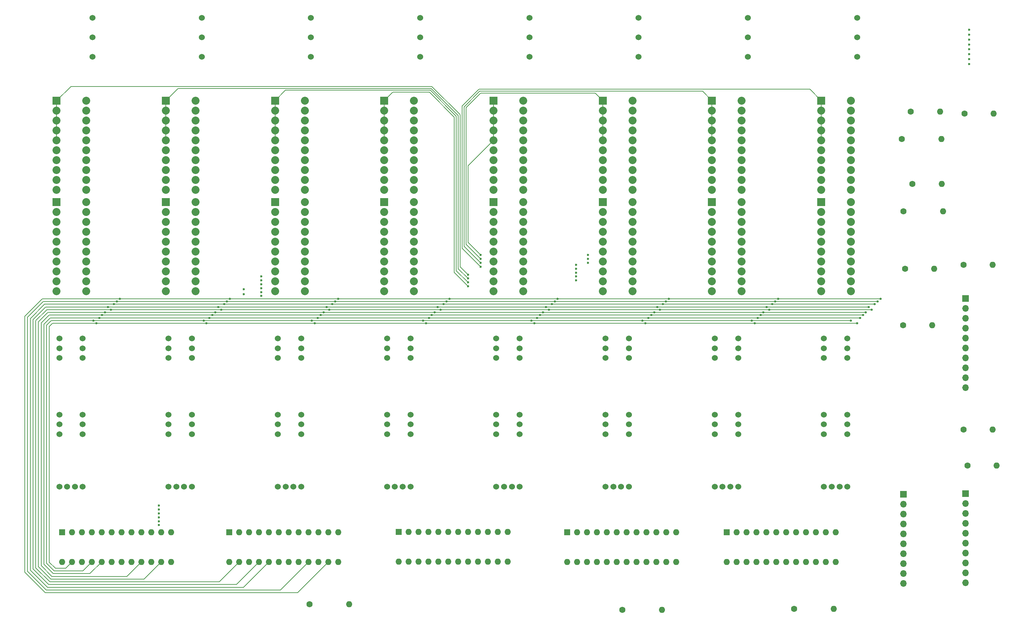
<source format=gbr>
%TF.GenerationSoftware,KiCad,Pcbnew,8.0.6*%
%TF.CreationDate,2024-12-09T18:37:17+11:00*%
%TF.ProjectId,mixer,6d697865-722e-46b6-9963-61645f706362,rev?*%
%TF.SameCoordinates,Original*%
%TF.FileFunction,Copper,L2,Inr*%
%TF.FilePolarity,Positive*%
%FSLAX46Y46*%
G04 Gerber Fmt 4.6, Leading zero omitted, Abs format (unit mm)*
G04 Created by KiCad (PCBNEW 8.0.6) date 2024-12-09 18:37:17*
%MOMM*%
%LPD*%
G01*
G04 APERTURE LIST*
%TA.AperFunction,ComponentPad*%
%ADD10C,1.524000*%
%TD*%
%TA.AperFunction,ComponentPad*%
%ADD11R,2.032000X2.032000*%
%TD*%
%TA.AperFunction,ComponentPad*%
%ADD12C,2.032000*%
%TD*%
%TA.AperFunction,ComponentPad*%
%ADD13C,1.600000*%
%TD*%
%TA.AperFunction,ComponentPad*%
%ADD14O,1.600000X1.600000*%
%TD*%
%TA.AperFunction,ComponentPad*%
%ADD15R,1.700000X1.700000*%
%TD*%
%TA.AperFunction,ComponentPad*%
%ADD16O,1.700000X1.700000*%
%TD*%
%TA.AperFunction,ComponentPad*%
%ADD17R,1.600000X1.600000*%
%TD*%
%TA.AperFunction,ViaPad*%
%ADD18C,0.600000*%
%TD*%
%TA.AperFunction,Conductor*%
%ADD19C,0.200000*%
%TD*%
G04 APERTURE END LIST*
D10*
%TO.N,Net-(U6-I3)*%
%TO.C,solo4*%
X172000000Y-136420000D03*
%TO.N,GND*%
X166000000Y-136420000D03*
%TO.N,Net-(U4-SEG_D)*%
X166000000Y-141420000D03*
%TO.N,Net-(U4-DIG_1)*%
X172000000Y-141420000D03*
%TO.N,N/C*%
X172000000Y-138920000D03*
X166000000Y-138920000D03*
%TD*%
%TO.N,Net-(SW4-C)*%
%TO.C,SW4*%
X174500000Y-64170000D03*
%TO.N,Net-(SW4-B)*%
X174500000Y-54170000D03*
%TO.N,GND*%
X174500000Y-59170000D03*
%TD*%
%TO.N,Net-(U6-I6)*%
%TO.C,solo7*%
X256000000Y-136420000D03*
%TO.N,GND*%
X250000000Y-136420000D03*
%TO.N,Net-(U4-SEG_G)*%
X250000000Y-141420000D03*
%TO.N,Net-(U4-DIG_1)*%
X256000000Y-141420000D03*
%TO.N,N/C*%
X256000000Y-138920000D03*
X250000000Y-138920000D03*
%TD*%
%TO.N,GND*%
%TO.C,oled7*%
X250000000Y-174420000D03*
%TO.N,+5V*%
X252000000Y-174420000D03*
%TO.N,Net-(U7-SC6)*%
X254000000Y-174420000D03*
%TO.N,Net-(U7-SD6)*%
X256000000Y-174420000D03*
%TD*%
%TO.N,Net-(U6-I4)*%
%TO.C,solo5*%
X200000000Y-136420000D03*
%TO.N,GND*%
X194000000Y-136420000D03*
%TO.N,Net-(U4-SEG_E)*%
X194000000Y-141420000D03*
%TO.N,Net-(U4-DIG_1)*%
X200000000Y-141420000D03*
%TO.N,N/C*%
X200000000Y-138920000D03*
X194000000Y-138920000D03*
%TD*%
%TO.N,Net-(SW7-C)*%
%TO.C,SW7*%
X258500000Y-64170000D03*
%TO.N,Net-(SW7-B)*%
X258500000Y-54170000D03*
%TO.N,GND*%
X258500000Y-59170000D03*
%TD*%
D11*
%TO.N,Net-(U9-DIG_7)*%
%TO.C,BAR14*%
X221297500Y-101420000D03*
D12*
X221297500Y-103960000D03*
X221297500Y-106500000D03*
X221297500Y-109040000D03*
X221297500Y-111580000D03*
%TO.N,Net-(U10-DIG_7)*%
X221297500Y-114120000D03*
X221297500Y-116660000D03*
X221297500Y-119200000D03*
X221297500Y-121740000D03*
X221297500Y-124280000D03*
%TO.N,Net-(U10-SEG_E)*%
X228917500Y-124280000D03*
%TO.N,Net-(U10-SEG_D)*%
X228917500Y-121740000D03*
%TO.N,Net-(U10-SEG_C)*%
X228917500Y-119200000D03*
%TO.N,Net-(U10-SEG_B)*%
X228917500Y-116660000D03*
%TO.N,Net-(U10-SEG_A)*%
X228917500Y-114120000D03*
%TO.N,Net-(U9-SEG_E)*%
X228917500Y-111580000D03*
%TO.N,Net-(U9-SEG_D)*%
X228917500Y-109040000D03*
%TO.N,Net-(U9-SEG_C)*%
X228917500Y-106500000D03*
%TO.N,Net-(U9-SEG_B)*%
X228917500Y-103960000D03*
%TO.N,Net-(U9-SEG_A)*%
X228917500Y-101420000D03*
%TD*%
D11*
%TO.N,Net-(U9-DIG_4)*%
%TO.C,BAR10*%
X109297500Y-101420000D03*
D12*
X109297500Y-103960000D03*
X109297500Y-106500000D03*
X109297500Y-109040000D03*
X109297500Y-111580000D03*
%TO.N,Net-(U10-DIG_4)*%
X109297500Y-114120000D03*
X109297500Y-116660000D03*
X109297500Y-119200000D03*
X109297500Y-121740000D03*
X109297500Y-124280000D03*
%TO.N,Net-(U10-SEG_E)*%
X116917500Y-124280000D03*
%TO.N,Net-(U10-SEG_D)*%
X116917500Y-121740000D03*
%TO.N,Net-(U10-SEG_C)*%
X116917500Y-119200000D03*
%TO.N,Net-(U10-SEG_B)*%
X116917500Y-116660000D03*
%TO.N,Net-(U10-SEG_A)*%
X116917500Y-114120000D03*
%TO.N,Net-(U9-SEG_E)*%
X116917500Y-111580000D03*
%TO.N,Net-(U9-SEG_D)*%
X116917500Y-109040000D03*
%TO.N,Net-(U9-SEG_C)*%
X116917500Y-106500000D03*
%TO.N,Net-(U9-SEG_B)*%
X116917500Y-103960000D03*
%TO.N,Net-(U9-SEG_A)*%
X116917500Y-101420000D03*
%TD*%
D10*
%TO.N,Net-(SW8-B)*%
%TO.C,SW8*%
X286500000Y-64170000D03*
%TO.N,Net-(SW8-A)*%
X286500000Y-54170000D03*
%TO.N,GND*%
X286500000Y-59170000D03*
%TD*%
%TO.N,GND*%
%TO.C,oled3*%
X138000000Y-174420000D03*
%TO.N,+5V*%
X140000000Y-174420000D03*
%TO.N,Net-(U7-SC2)*%
X142000000Y-174420000D03*
%TO.N,Net-(U7-SD2)*%
X144000000Y-174420000D03*
%TD*%
%TO.N,GND*%
%TO.C,oled8*%
X278000000Y-174420000D03*
%TO.N,+5V*%
X280000000Y-174420000D03*
%TO.N,Net-(U7-SC7)*%
X282000000Y-174420000D03*
%TO.N,Net-(U7-SD7)*%
X284000000Y-174420000D03*
%TD*%
%TO.N,GND*%
%TO.C,oled1*%
X82000000Y-174420000D03*
%TO.N,+5V*%
X84000000Y-174420000D03*
%TO.N,Net-(U7-SC0)*%
X86000000Y-174420000D03*
%TO.N,Net-(U7-SD0)*%
X88000000Y-174420000D03*
%TD*%
%TO.N,Net-(SW5-A)*%
%TO.C,SW5*%
X202500000Y-64170000D03*
%TO.N,Net-(SW5-C)*%
X202500000Y-54170000D03*
%TO.N,GND*%
X202500000Y-59170000D03*
%TD*%
%TO.N,Net-(U6-I8)*%
%TO.C,mute9*%
X88000000Y-155920000D03*
%TO.N,GND*%
X82000000Y-155920000D03*
%TO.N,Net-(U4-SEG_A)*%
X82000000Y-160920000D03*
%TO.N,Net-(U4-DIG_0)*%
X88000000Y-160920000D03*
%TO.N,N/C*%
X88000000Y-158420000D03*
X82000000Y-158420000D03*
%TD*%
%TO.N,Net-(U6-I11)*%
%TO.C,mute12*%
X172000000Y-155920000D03*
%TO.N,GND*%
X166000000Y-155920000D03*
%TO.N,Net-(U4-SEG_D)*%
X166000000Y-160920000D03*
%TO.N,Net-(U4-DIG_0)*%
X172000000Y-160920000D03*
%TO.N,N/C*%
X172000000Y-158420000D03*
X166000000Y-158420000D03*
%TD*%
D11*
%TO.N,Net-(U9-DIG_1)*%
%TO.C,BAR16*%
X277297500Y-101420000D03*
D12*
X277297500Y-103960000D03*
X277297500Y-106500000D03*
X277297500Y-109040000D03*
X277297500Y-111580000D03*
%TO.N,Net-(U10-DIG_1)*%
X277297500Y-114120000D03*
X277297500Y-116660000D03*
X277297500Y-119200000D03*
X277297500Y-121740000D03*
X277297500Y-124280000D03*
%TO.N,Net-(U10-SEG_E)*%
X284917500Y-124280000D03*
%TO.N,Net-(U10-SEG_D)*%
X284917500Y-121740000D03*
%TO.N,Net-(U10-SEG_C)*%
X284917500Y-119200000D03*
%TO.N,Net-(U10-SEG_B)*%
X284917500Y-116660000D03*
%TO.N,Net-(U10-SEG_A)*%
X284917500Y-114120000D03*
%TO.N,Net-(U9-SEG_E)*%
X284917500Y-111580000D03*
%TO.N,Net-(U9-SEG_D)*%
X284917500Y-109040000D03*
%TO.N,Net-(U9-SEG_C)*%
X284917500Y-106500000D03*
%TO.N,Net-(U9-SEG_B)*%
X284917500Y-103960000D03*
%TO.N,Net-(U9-SEG_A)*%
X284917500Y-101420000D03*
%TD*%
D13*
%TO.N,GND*%
%TO.C,C1*%
X300670000Y-96750000D03*
D14*
%TO.N,+5V*%
X308170000Y-96750000D03*
%TD*%
D13*
%TO.N,GND*%
%TO.C,C2*%
X314000000Y-78750000D03*
D14*
%TO.N,+5V*%
X321500000Y-78750000D03*
%TD*%
D10*
%TO.N,Net-(U6-I7)*%
%TO.C,solo8*%
X284000000Y-136420000D03*
%TO.N,GND*%
X278000000Y-136420000D03*
%TO.N,Net-(U4-SEG_DP)*%
X278000000Y-141420000D03*
%TO.N,Net-(U4-DIG_1)*%
X284000000Y-141420000D03*
%TO.N,N/C*%
X284000000Y-138920000D03*
X278000000Y-138920000D03*
%TD*%
%TO.N,GND*%
%TO.C,oled6*%
X222000000Y-174420000D03*
%TO.N,+5V*%
X224000000Y-174420000D03*
%TO.N,Net-(U7-SC5)*%
X226000000Y-174420000D03*
%TO.N,Net-(U7-SD5)*%
X228000000Y-174420000D03*
%TD*%
D11*
%TO.N,Net-(U9-DIG_0)*%
%TO.C,BAR9*%
X81297500Y-101420000D03*
D12*
X81297500Y-103960000D03*
X81297500Y-106500000D03*
X81297500Y-109040000D03*
X81297500Y-111580000D03*
%TO.N,Net-(U10-DIG_0)*%
X81297500Y-114120000D03*
X81297500Y-116660000D03*
X81297500Y-119200000D03*
X81297500Y-121740000D03*
X81297500Y-124280000D03*
%TO.N,Net-(U10-SEG_E)*%
X88917500Y-124280000D03*
%TO.N,Net-(U10-SEG_D)*%
X88917500Y-121740000D03*
%TO.N,Net-(U10-SEG_C)*%
X88917500Y-119200000D03*
%TO.N,Net-(U10-SEG_B)*%
X88917500Y-116660000D03*
%TO.N,Net-(U10-SEG_A)*%
X88917500Y-114120000D03*
%TO.N,Net-(U9-SEG_E)*%
X88917500Y-111580000D03*
%TO.N,Net-(U9-SEG_D)*%
X88917500Y-109040000D03*
%TO.N,Net-(U9-SEG_C)*%
X88917500Y-106500000D03*
%TO.N,Net-(U9-SEG_B)*%
X88917500Y-103960000D03*
%TO.N,Net-(U9-SEG_A)*%
X88917500Y-101420000D03*
%TD*%
D11*
%TO.N,Net-(U9-DIG_5)*%
%TO.C,BAR15*%
X249297500Y-101420000D03*
D12*
X249297500Y-103960000D03*
X249297500Y-106500000D03*
X249297500Y-109040000D03*
X249297500Y-111580000D03*
%TO.N,Net-(U10-DIG_5)*%
X249297500Y-114120000D03*
X249297500Y-116660000D03*
X249297500Y-119200000D03*
X249297500Y-121740000D03*
X249297500Y-124280000D03*
%TO.N,Net-(U10-SEG_E)*%
X256917500Y-124280000D03*
%TO.N,Net-(U10-SEG_D)*%
X256917500Y-121740000D03*
%TO.N,Net-(U10-SEG_C)*%
X256917500Y-119200000D03*
%TO.N,Net-(U10-SEG_B)*%
X256917500Y-116660000D03*
%TO.N,Net-(U10-SEG_A)*%
X256917500Y-114120000D03*
%TO.N,Net-(U9-SEG_E)*%
X256917500Y-111580000D03*
%TO.N,Net-(U9-SEG_D)*%
X256917500Y-109040000D03*
%TO.N,Net-(U9-SEG_C)*%
X256917500Y-106500000D03*
%TO.N,Net-(U9-SEG_B)*%
X256917500Y-103960000D03*
%TO.N,Net-(U9-SEG_A)*%
X256917500Y-101420000D03*
%TD*%
D10*
%TO.N,GND*%
%TO.C,oled2*%
X110000000Y-174420000D03*
%TO.N,+5V*%
X112000000Y-174420000D03*
%TO.N,Net-(U7-SC1)*%
X114000000Y-174420000D03*
%TO.N,Net-(U7-SD1)*%
X116000000Y-174420000D03*
%TD*%
D11*
%TO.N,Net-(U9-DIG_6)*%
%TO.C,BAR11*%
X137297500Y-101420000D03*
D12*
X137297500Y-103960000D03*
X137297500Y-106500000D03*
X137297500Y-109040000D03*
X137297500Y-111580000D03*
%TO.N,Net-(U10-DIG_6)*%
X137297500Y-114120000D03*
X137297500Y-116660000D03*
X137297500Y-119200000D03*
X137297500Y-121740000D03*
X137297500Y-124280000D03*
%TO.N,Net-(U10-SEG_E)*%
X144917500Y-124280000D03*
%TO.N,Net-(U10-SEG_D)*%
X144917500Y-121740000D03*
%TO.N,Net-(U10-SEG_C)*%
X144917500Y-119200000D03*
%TO.N,Net-(U10-SEG_B)*%
X144917500Y-116660000D03*
%TO.N,Net-(U10-SEG_A)*%
X144917500Y-114120000D03*
%TO.N,Net-(U9-SEG_E)*%
X144917500Y-111580000D03*
%TO.N,Net-(U9-SEG_D)*%
X144917500Y-109040000D03*
%TO.N,Net-(U9-SEG_C)*%
X144917500Y-106500000D03*
%TO.N,Net-(U9-SEG_B)*%
X144917500Y-103960000D03*
%TO.N,Net-(U9-SEG_A)*%
X144917500Y-101420000D03*
%TD*%
D15*
%TO.N,/display/SDA*%
%TO.C, 111*%
X314250000Y-176170000D03*
D16*
%TO.N,unconnected-( 111-Pad2)*%
X314250000Y-178710000D03*
%TO.N,unconnected-( 111-Pad3)*%
X314250000Y-181250000D03*
%TO.N,unconnected-( 111-Pad4)*%
X314250000Y-183790000D03*
%TO.N,unconnected-( 111-Pad5)*%
X314250000Y-186330000D03*
%TO.N,unconnected-( 111-Pad6)*%
X314250000Y-188870000D03*
%TO.N,unconnected-( 111-Pad7)*%
X314250000Y-191410000D03*
%TO.N,unconnected-( 111-Pad8)*%
X314250000Y-193950000D03*
%TO.N,unconnected-( 111-Pad9)*%
X314250000Y-196490000D03*
%TO.N,unconnected-( 111-Pad10)*%
X314250000Y-199030000D03*
%TD*%
D11*
%TO.N,Net-(U11-DIG_2)*%
%TO.C,BAR4*%
X165297500Y-75420000D03*
D12*
X165297500Y-77960000D03*
X165297500Y-80500000D03*
X165297500Y-83040000D03*
X165297500Y-85580000D03*
%TO.N,Net-(U12-DIG_2)*%
X165297500Y-88120000D03*
X165297500Y-90660000D03*
X165297500Y-93200000D03*
X165297500Y-95740000D03*
X165297500Y-98280000D03*
%TO.N,Net-(U12-SEG_E)*%
X172917500Y-98280000D03*
%TO.N,Net-(U12-SEG_D)*%
X172917500Y-95740000D03*
%TO.N,Net-(U12-SEG_C)*%
X172917500Y-93200000D03*
%TO.N,Net-(U12-SEG_B)*%
X172917500Y-90660000D03*
%TO.N,Net-(U12-SEG_A)*%
X172917500Y-88120000D03*
%TO.N,Net-(U11-SEG_E)*%
X172917500Y-85580000D03*
%TO.N,Net-(U11-SEG_D)*%
X172917500Y-83040000D03*
%TO.N,Net-(U11-SEG_C)*%
X172917500Y-80500000D03*
%TO.N,Net-(U11-SEG_B)*%
X172917500Y-77960000D03*
%TO.N,Net-(U11-SEG_A)*%
X172917500Y-75420000D03*
%TD*%
D10*
%TO.N,Net-(SW3-A)*%
%TO.C,SW3*%
X146500000Y-64170000D03*
%TO.N,Net-(SW3-B)*%
X146500000Y-54170000D03*
%TO.N,GND*%
X146500000Y-59170000D03*
%TD*%
D13*
%TO.N,GND*%
%TO.C,R1*%
X146170000Y-204500000D03*
D14*
%TO.N,Net-(U9-ISET)*%
X156330000Y-204500000D03*
%TD*%
D11*
%TO.N,Net-(U9-DIG_2)*%
%TO.C,BAR12*%
X165297500Y-101420000D03*
D12*
X165297500Y-103960000D03*
X165297500Y-106500000D03*
X165297500Y-109040000D03*
X165297500Y-111580000D03*
%TO.N,Net-(U10-DIG_2)*%
X165297500Y-114120000D03*
X165297500Y-116660000D03*
X165297500Y-119200000D03*
X165297500Y-121740000D03*
X165297500Y-124280000D03*
%TO.N,Net-(U10-SEG_E)*%
X172917500Y-124280000D03*
%TO.N,Net-(U10-SEG_D)*%
X172917500Y-121740000D03*
%TO.N,Net-(U10-SEG_C)*%
X172917500Y-119200000D03*
%TO.N,Net-(U10-SEG_B)*%
X172917500Y-116660000D03*
%TO.N,Net-(U10-SEG_A)*%
X172917500Y-114120000D03*
%TO.N,Net-(U9-SEG_E)*%
X172917500Y-111580000D03*
%TO.N,Net-(U9-SEG_D)*%
X172917500Y-109040000D03*
%TO.N,Net-(U9-SEG_C)*%
X172917500Y-106500000D03*
%TO.N,Net-(U9-SEG_B)*%
X172917500Y-103960000D03*
%TO.N,Net-(U9-SEG_A)*%
X172917500Y-101420000D03*
%TD*%
D13*
%TO.N,GND*%
%TO.C,R2*%
X297920000Y-85250000D03*
D14*
%TO.N,Net-(U10-ISET)*%
X308080000Y-85250000D03*
%TD*%
D10*
%TO.N,Net-(U6-I1)*%
%TO.C,solo2*%
X116000000Y-136420000D03*
%TO.N,GND*%
X110000000Y-136420000D03*
%TO.N,Net-(U4-SEG_B)*%
X110000000Y-141420000D03*
%TO.N,Net-(U4-DIG_1)*%
X116000000Y-141420000D03*
%TO.N,N/C*%
X116000000Y-138920000D03*
X110000000Y-138920000D03*
%TD*%
D11*
%TO.N,Net-(U11-DIG_3)*%
%TO.C,BAR5*%
X193297500Y-75420000D03*
D12*
X193297500Y-77960000D03*
X193297500Y-80500000D03*
X193297500Y-83040000D03*
X193297500Y-85580000D03*
%TO.N,Net-(U12-DIG_3)*%
X193297500Y-88120000D03*
X193297500Y-90660000D03*
X193297500Y-93200000D03*
X193297500Y-95740000D03*
X193297500Y-98280000D03*
%TO.N,Net-(U12-SEG_E)*%
X200917500Y-98280000D03*
%TO.N,Net-(U12-SEG_D)*%
X200917500Y-95740000D03*
%TO.N,Net-(U12-SEG_C)*%
X200917500Y-93200000D03*
%TO.N,Net-(U12-SEG_B)*%
X200917500Y-90660000D03*
%TO.N,Net-(U12-SEG_A)*%
X200917500Y-88120000D03*
%TO.N,Net-(U11-SEG_E)*%
X200917500Y-85580000D03*
%TO.N,Net-(U11-SEG_D)*%
X200917500Y-83040000D03*
%TO.N,Net-(U11-SEG_C)*%
X200917500Y-80500000D03*
%TO.N,Net-(U11-SEG_B)*%
X200917500Y-77960000D03*
%TO.N,Net-(U11-SEG_A)*%
X200917500Y-75420000D03*
%TD*%
D13*
%TO.N,GND*%
%TO.C,R3*%
X298340000Y-103750000D03*
D14*
%TO.N,Net-(U11-ISET)*%
X308500000Y-103750000D03*
%TD*%
D10*
%TO.N,Net-(U6-I9)*%
%TO.C,mute10*%
X116000000Y-155920000D03*
%TO.N,GND*%
X110000000Y-155920000D03*
%TO.N,Net-(U4-SEG_B)*%
X110000000Y-160920000D03*
%TO.N,Net-(U4-DIG_0)*%
X116000000Y-160920000D03*
%TO.N,N/C*%
X116000000Y-158420000D03*
X110000000Y-158420000D03*
%TD*%
D13*
%TO.N,GND*%
%TO.C,C12*%
X313750000Y-117500000D03*
D14*
%TO.N,+5V*%
X321250000Y-117500000D03*
%TD*%
D15*
%TO.N,/display/SCL*%
%TO.C, 11*%
X314250000Y-126130000D03*
D16*
%TO.N,/display/A0*%
X314250000Y-128670000D03*
%TO.N,/display/A1*%
X314250000Y-131210000D03*
%TO.N,/display/A2*%
X314250000Y-133750000D03*
%TO.N,/gain/COM*%
X314250000Y-136290000D03*
%TO.N,/gain/S0*%
X314250000Y-138830000D03*
%TO.N,/gain/S1*%
X314250000Y-141370000D03*
%TO.N,/gain/S2*%
X314250000Y-143910000D03*
%TO.N,/gain/S3*%
X314250000Y-146450000D03*
%TO.N,/buttons/COM*%
X314250000Y-148990000D03*
%TD*%
D13*
%TO.N,+5V*%
%TO.C,R5*%
X270340000Y-205750000D03*
D14*
%TO.N,Net-(U4-ISET)*%
X280500000Y-205750000D03*
%TD*%
D11*
%TO.N,Net-(U11-DIG_6)*%
%TO.C,BAR3*%
X137297500Y-75420000D03*
D12*
X137297500Y-77960000D03*
X137297500Y-80500000D03*
X137297500Y-83040000D03*
X137297500Y-85580000D03*
%TO.N,Net-(U12-DIG_6)*%
X137297500Y-88120000D03*
X137297500Y-90660000D03*
X137297500Y-93200000D03*
X137297500Y-95740000D03*
X137297500Y-98280000D03*
%TO.N,Net-(U12-SEG_E)*%
X144917500Y-98280000D03*
%TO.N,Net-(U12-SEG_D)*%
X144917500Y-95740000D03*
%TO.N,Net-(U12-SEG_C)*%
X144917500Y-93200000D03*
%TO.N,Net-(U12-SEG_B)*%
X144917500Y-90660000D03*
%TO.N,Net-(U12-SEG_A)*%
X144917500Y-88120000D03*
%TO.N,Net-(U11-SEG_E)*%
X144917500Y-85580000D03*
%TO.N,Net-(U11-SEG_D)*%
X144917500Y-83040000D03*
%TO.N,Net-(U11-SEG_C)*%
X144917500Y-80500000D03*
%TO.N,Net-(U11-SEG_B)*%
X144917500Y-77960000D03*
%TO.N,Net-(U11-SEG_A)*%
X144917500Y-75420000D03*
%TD*%
D10*
%TO.N,Net-(U6-I10)*%
%TO.C,mute11*%
X144000000Y-155920000D03*
%TO.N,GND*%
X138000000Y-155920000D03*
%TO.N,Net-(U4-SEG_C)*%
X138000000Y-160920000D03*
%TO.N,Net-(U4-DIG_0)*%
X144000000Y-160920000D03*
%TO.N,N/C*%
X144000000Y-158420000D03*
X138000000Y-158420000D03*
%TD*%
%TO.N,Net-(U6-I2)*%
%TO.C,solo3*%
X144000000Y-136420000D03*
%TO.N,GND*%
X138000000Y-136420000D03*
%TO.N,Net-(U4-SEG_C)*%
X138000000Y-141420000D03*
%TO.N,Net-(U4-DIG_1)*%
X144000000Y-141420000D03*
%TO.N,N/C*%
X144000000Y-138920000D03*
X138000000Y-138920000D03*
%TD*%
D11*
%TO.N,Net-(U11-DIG_1)*%
%TO.C,BAR8*%
X277297500Y-75420000D03*
D12*
X277297500Y-77960000D03*
X277297500Y-80500000D03*
X277297500Y-83040000D03*
X277297500Y-85580000D03*
%TO.N,Net-(U12-DIG_1)*%
X277297500Y-88120000D03*
X277297500Y-90660000D03*
X277297500Y-93200000D03*
X277297500Y-95740000D03*
X277297500Y-98280000D03*
%TO.N,Net-(U12-SEG_E)*%
X284917500Y-98280000D03*
%TO.N,Net-(U12-SEG_D)*%
X284917500Y-95740000D03*
%TO.N,Net-(U12-SEG_C)*%
X284917500Y-93200000D03*
%TO.N,Net-(U12-SEG_B)*%
X284917500Y-90660000D03*
%TO.N,Net-(U12-SEG_A)*%
X284917500Y-88120000D03*
%TO.N,Net-(U11-SEG_E)*%
X284917500Y-85580000D03*
%TO.N,Net-(U11-SEG_D)*%
X284917500Y-83040000D03*
%TO.N,Net-(U11-SEG_C)*%
X284917500Y-80500000D03*
%TO.N,Net-(U11-SEG_B)*%
X284917500Y-77960000D03*
%TO.N,Net-(U11-SEG_A)*%
X284917500Y-75420000D03*
%TD*%
D10*
%TO.N,Net-(U6-I12)*%
%TO.C,mute13*%
X200000000Y-155920000D03*
%TO.N,GND*%
X194000000Y-155920000D03*
%TO.N,Net-(U4-SEG_E)*%
X194000000Y-160920000D03*
%TO.N,Net-(U4-DIG_0)*%
X200000000Y-160920000D03*
%TO.N,N/C*%
X200000000Y-158420000D03*
X194000000Y-158420000D03*
%TD*%
%TO.N,GND*%
%TO.C,oled5*%
X194000000Y-174420000D03*
%TO.N,+5V*%
X196000000Y-174420000D03*
%TO.N,Net-(U7-SC4)*%
X198000000Y-174420000D03*
%TO.N,Net-(U7-SD4)*%
X200000000Y-174420000D03*
%TD*%
D13*
%TO.N,GND*%
%TO.C,R4*%
X226340000Y-206000000D03*
D14*
%TO.N,Net-(U12-ISET)*%
X236500000Y-206000000D03*
%TD*%
D11*
%TO.N,Net-(U11-DIG_7)*%
%TO.C,BAR6*%
X221297500Y-75420000D03*
D12*
X221297500Y-77960000D03*
X221297500Y-80500000D03*
X221297500Y-83040000D03*
X221297500Y-85580000D03*
%TO.N,Net-(U12-DIG_7)*%
X221297500Y-88120000D03*
X221297500Y-90660000D03*
X221297500Y-93200000D03*
X221297500Y-95740000D03*
X221297500Y-98280000D03*
%TO.N,Net-(U12-SEG_E)*%
X228917500Y-98280000D03*
%TO.N,Net-(U12-SEG_D)*%
X228917500Y-95740000D03*
%TO.N,Net-(U12-SEG_C)*%
X228917500Y-93200000D03*
%TO.N,Net-(U12-SEG_B)*%
X228917500Y-90660000D03*
%TO.N,Net-(U12-SEG_A)*%
X228917500Y-88120000D03*
%TO.N,Net-(U11-SEG_E)*%
X228917500Y-85580000D03*
%TO.N,Net-(U11-SEG_D)*%
X228917500Y-83040000D03*
%TO.N,Net-(U11-SEG_C)*%
X228917500Y-80500000D03*
%TO.N,Net-(U11-SEG_B)*%
X228917500Y-77960000D03*
%TO.N,Net-(U11-SEG_A)*%
X228917500Y-75420000D03*
%TD*%
D11*
%TO.N,Net-(U11-DIG_5)*%
%TO.C,BAR7*%
X249297500Y-75420000D03*
D12*
X249297500Y-77960000D03*
X249297500Y-80500000D03*
X249297500Y-83040000D03*
X249297500Y-85580000D03*
%TO.N,Net-(U12-DIG_5)*%
X249297500Y-88120000D03*
X249297500Y-90660000D03*
X249297500Y-93200000D03*
X249297500Y-95740000D03*
X249297500Y-98280000D03*
%TO.N,Net-(U12-SEG_E)*%
X256917500Y-98280000D03*
%TO.N,Net-(U12-SEG_D)*%
X256917500Y-95740000D03*
%TO.N,Net-(U12-SEG_C)*%
X256917500Y-93200000D03*
%TO.N,Net-(U12-SEG_B)*%
X256917500Y-90660000D03*
%TO.N,Net-(U12-SEG_A)*%
X256917500Y-88120000D03*
%TO.N,Net-(U11-SEG_E)*%
X256917500Y-85580000D03*
%TO.N,Net-(U11-SEG_D)*%
X256917500Y-83040000D03*
%TO.N,Net-(U11-SEG_C)*%
X256917500Y-80500000D03*
%TO.N,Net-(U11-SEG_B)*%
X256917500Y-77960000D03*
%TO.N,Net-(U11-SEG_A)*%
X256917500Y-75420000D03*
%TD*%
D13*
%TO.N,GND*%
%TO.C,C10*%
X314750000Y-169000000D03*
D14*
%TO.N,+5V*%
X322250000Y-169000000D03*
%TD*%
D11*
%TO.N,Net-(U11-DIG_0)*%
%TO.C,BAR1*%
X81297500Y-75420000D03*
D12*
X81297500Y-77960000D03*
X81297500Y-80500000D03*
X81297500Y-83040000D03*
X81297500Y-85580000D03*
%TO.N,Net-(U12-DIG_0)*%
X81297500Y-88120000D03*
X81297500Y-90660000D03*
X81297500Y-93200000D03*
X81297500Y-95740000D03*
X81297500Y-98280000D03*
%TO.N,Net-(U12-SEG_E)*%
X88917500Y-98280000D03*
%TO.N,Net-(U12-SEG_D)*%
X88917500Y-95740000D03*
%TO.N,Net-(U12-SEG_C)*%
X88917500Y-93200000D03*
%TO.N,Net-(U12-SEG_B)*%
X88917500Y-90660000D03*
%TO.N,Net-(U12-SEG_A)*%
X88917500Y-88120000D03*
%TO.N,Net-(U11-SEG_E)*%
X88917500Y-85580000D03*
%TO.N,Net-(U11-SEG_D)*%
X88917500Y-83040000D03*
%TO.N,Net-(U11-SEG_C)*%
X88917500Y-80500000D03*
%TO.N,Net-(U11-SEG_B)*%
X88917500Y-77960000D03*
%TO.N,Net-(U11-SEG_A)*%
X88917500Y-75420000D03*
%TD*%
D10*
%TO.N,Net-(SW2-C)*%
%TO.C,SW2*%
X118500000Y-64170000D03*
%TO.N,Net-(SW2-B)*%
X118500000Y-54170000D03*
%TO.N,GND*%
X118500000Y-59170000D03*
%TD*%
%TO.N,Net-(SW1-B)*%
%TO.C,SW1*%
X90500000Y-64170000D03*
%TO.N,Net-(SW1-C)*%
X90500000Y-54170000D03*
%TO.N,GND*%
X90500000Y-59170000D03*
%TD*%
%TO.N,Net-(U6-I0)*%
%TO.C,solo1*%
X88000000Y-136420000D03*
%TO.N,GND*%
X82000000Y-136420000D03*
%TO.N,Net-(U4-SEG_A)*%
X82000000Y-141420000D03*
%TO.N,Net-(U4-DIG_1)*%
X88000000Y-141420000D03*
%TO.N,N/C*%
X88000000Y-138920000D03*
X82000000Y-138920000D03*
%TD*%
D13*
%TO.N,GND*%
%TO.C,C13*%
X300250000Y-78250000D03*
D14*
%TO.N,+5V*%
X307750000Y-78250000D03*
%TD*%
D10*
%TO.N,Net-(U6-I15)*%
%TO.C,mute16*%
X284000000Y-155920000D03*
%TO.N,GND*%
X278000000Y-155920000D03*
%TO.N,Net-(U4-SEG_DP)*%
X278000000Y-160920000D03*
%TO.N,Net-(U4-DIG_0)*%
X284000000Y-160920000D03*
%TO.N,N/C*%
X284000000Y-158420000D03*
X278000000Y-158420000D03*
%TD*%
%TO.N,GND*%
%TO.C,oled4*%
X166000000Y-174420000D03*
%TO.N,+5V*%
X168000000Y-174420000D03*
%TO.N,Net-(U7-SC3)*%
X170000000Y-174420000D03*
%TO.N,Net-(U7-SD3)*%
X172000000Y-174420000D03*
%TD*%
D13*
%TO.N,+5V*%
%TO.C,C11*%
X313750000Y-159750000D03*
D14*
%TO.N,GND*%
X321250000Y-159750000D03*
%TD*%
D10*
%TO.N,Net-(U6-I5)*%
%TO.C,solo6*%
X228000000Y-136420000D03*
%TO.N,GND*%
X222000000Y-136420000D03*
%TO.N,Net-(U4-SEG_F)*%
X222000000Y-141420000D03*
%TO.N,Net-(U4-DIG_1)*%
X228000000Y-141420000D03*
%TO.N,N/C*%
X228000000Y-138920000D03*
X222000000Y-138920000D03*
%TD*%
D14*
%TO.N,+5V*%
%TO.C,C9*%
X306250000Y-118500000D03*
D13*
%TO.N,GND*%
X298750000Y-118500000D03*
%TD*%
%TO.N,GND*%
%TO.C,C8*%
X298250000Y-133000000D03*
D14*
%TO.N,+5V*%
X305750000Y-133000000D03*
%TD*%
D10*
%TO.N,Net-(U6-I13)*%
%TO.C,mute14*%
X228000000Y-155920000D03*
%TO.N,GND*%
X222000000Y-155920000D03*
%TO.N,Net-(U4-SEG_F)*%
X222000000Y-160920000D03*
%TO.N,Net-(U4-DIG_0)*%
X228000000Y-160920000D03*
%TO.N,N/C*%
X228000000Y-158420000D03*
X222000000Y-158420000D03*
%TD*%
%TO.N,Net-(SW6-C)*%
%TO.C,SW6*%
X230500000Y-64170000D03*
%TO.N,Net-(SW6-B)*%
X230500000Y-54170000D03*
%TO.N,GND*%
X230500000Y-59170000D03*
%TD*%
%TO.N,Net-(U6-I14)*%
%TO.C,mute15*%
X256000000Y-155920000D03*
%TO.N,GND*%
X250000000Y-155920000D03*
%TO.N,Net-(U4-SEG_G)*%
X250000000Y-160920000D03*
%TO.N,Net-(U4-DIG_0)*%
X256000000Y-160920000D03*
%TO.N,N/C*%
X256000000Y-158420000D03*
X250000000Y-158420000D03*
%TD*%
D11*
%TO.N,Net-(U11-DIG_4)*%
%TO.C,BAR2*%
X109297500Y-75420000D03*
D12*
X109297500Y-77960000D03*
X109297500Y-80500000D03*
X109297500Y-83040000D03*
X109297500Y-85580000D03*
%TO.N,Net-(U12-DIG_4)*%
X109297500Y-88120000D03*
X109297500Y-90660000D03*
X109297500Y-93200000D03*
X109297500Y-95740000D03*
X109297500Y-98280000D03*
%TO.N,Net-(U12-SEG_E)*%
X116917500Y-98280000D03*
%TO.N,Net-(U12-SEG_D)*%
X116917500Y-95740000D03*
%TO.N,Net-(U12-SEG_C)*%
X116917500Y-93200000D03*
%TO.N,Net-(U12-SEG_B)*%
X116917500Y-90660000D03*
%TO.N,Net-(U12-SEG_A)*%
X116917500Y-88120000D03*
%TO.N,Net-(U11-SEG_E)*%
X116917500Y-85580000D03*
%TO.N,Net-(U11-SEG_D)*%
X116917500Y-83040000D03*
%TO.N,Net-(U11-SEG_C)*%
X116917500Y-80500000D03*
%TO.N,Net-(U11-SEG_B)*%
X116917500Y-77960000D03*
%TO.N,Net-(U11-SEG_A)*%
X116917500Y-75420000D03*
%TD*%
D11*
%TO.N,Net-(U9-DIG_3)*%
%TO.C,BAR13*%
X193297500Y-101420000D03*
D12*
X193297500Y-103960000D03*
X193297500Y-106500000D03*
X193297500Y-109040000D03*
X193297500Y-111580000D03*
%TO.N,Net-(U10-DIG_3)*%
X193297500Y-114120000D03*
X193297500Y-116660000D03*
X193297500Y-119200000D03*
X193297500Y-121740000D03*
X193297500Y-124280000D03*
%TO.N,Net-(U10-SEG_E)*%
X200917500Y-124280000D03*
%TO.N,Net-(U10-SEG_D)*%
X200917500Y-121740000D03*
%TO.N,Net-(U10-SEG_C)*%
X200917500Y-119200000D03*
%TO.N,Net-(U10-SEG_B)*%
X200917500Y-116660000D03*
%TO.N,Net-(U10-SEG_A)*%
X200917500Y-114120000D03*
%TO.N,Net-(U9-SEG_E)*%
X200917500Y-111580000D03*
%TO.N,Net-(U9-SEG_D)*%
X200917500Y-109040000D03*
%TO.N,Net-(U9-SEG_C)*%
X200917500Y-106500000D03*
%TO.N,Net-(U9-SEG_B)*%
X200917500Y-103960000D03*
%TO.N,Net-(U9-SEG_A)*%
X200917500Y-101420000D03*
%TD*%
D15*
%TO.N,/buttons/S0*%
%TO.C, 1*%
X298375000Y-176325000D03*
D16*
%TO.N,/buttons/S1*%
X298375000Y-178865000D03*
%TO.N,/buttons/S2*%
X298375000Y-181405000D03*
%TO.N,/buttons/S3*%
X298375000Y-183945000D03*
%TO.N,/buttons/DIN*%
X298375000Y-186485000D03*
%TO.N,/buttons/CLK*%
X298375000Y-189025000D03*
%TO.N,/buttons/LOAD*%
X298375000Y-191565000D03*
%TO.N,/meter/DIN*%
X298375000Y-194105000D03*
%TO.N,/meter/LOAD*%
X298375000Y-196645000D03*
%TO.N,/meter/CLK*%
X298375000Y-199185000D03*
%TD*%
D17*
%TO.N,/buttons/DIN*%
%TO.C,U4*%
X253025000Y-186050000D03*
D14*
%TO.N,Net-(U4-DIG_0)*%
X255565000Y-186050000D03*
%TO.N,unconnected-(U4-DIG_4-Pad3)*%
X258105000Y-186050000D03*
%TO.N,GND*%
X260645000Y-186050000D03*
%TO.N,unconnected-(U4-DIG_6-Pad5)*%
X263185000Y-186050000D03*
%TO.N,unconnected-(U4-DIG_2-Pad6)*%
X265725000Y-186050000D03*
%TO.N,unconnected-(U4-DIG_3-Pad7)*%
X268265000Y-186050000D03*
%TO.N,unconnected-(U4-DIG_7-Pad8)*%
X270805000Y-186050000D03*
%TO.N,GND*%
X273345000Y-186050000D03*
%TO.N,unconnected-(U4-DIG_5-Pad10)*%
X275885000Y-186050000D03*
%TO.N,Net-(U4-DIG_1)*%
X278425000Y-186050000D03*
%TO.N,/buttons/LOAD*%
X280965000Y-186050000D03*
%TO.N,/buttons/CLK*%
X280965000Y-193670000D03*
%TO.N,Net-(U4-SEG_A)*%
X278425000Y-193670000D03*
%TO.N,Net-(U4-SEG_F)*%
X275885000Y-193670000D03*
%TO.N,Net-(U4-SEG_B)*%
X273345000Y-193670000D03*
%TO.N,Net-(U4-SEG_G)*%
X270805000Y-193670000D03*
%TO.N,Net-(U4-ISET)*%
X268265000Y-193670000D03*
%TO.N,+5V*%
X265725000Y-193670000D03*
%TO.N,Net-(U4-SEG_C)*%
X263185000Y-193670000D03*
%TO.N,Net-(U4-SEG_E)*%
X260645000Y-193670000D03*
%TO.N,Net-(U4-SEG_DP)*%
X258105000Y-193670000D03*
%TO.N,Net-(U4-SEG_D)*%
X255565000Y-193670000D03*
%TO.N,unconnected-(U4-DOUT-Pad24)*%
X253025000Y-193670000D03*
%TD*%
D17*
%TO.N,Net-(U10-DIN)*%
%TO.C,U10*%
X82720000Y-186050000D03*
D14*
%TO.N,Net-(U10-DIG_0)*%
X85260000Y-186050000D03*
%TO.N,Net-(U10-DIG_4)*%
X87800000Y-186050000D03*
%TO.N,GND*%
X90340000Y-186050000D03*
%TO.N,Net-(U10-DIG_6)*%
X92880000Y-186050000D03*
%TO.N,Net-(U10-DIG_2)*%
X95420000Y-186050000D03*
%TO.N,Net-(U10-DIG_3)*%
X97960000Y-186050000D03*
%TO.N,Net-(U10-DIG_7)*%
X100500000Y-186050000D03*
%TO.N,GND*%
X103040000Y-186050000D03*
%TO.N,Net-(U10-DIG_5)*%
X105580000Y-186050000D03*
%TO.N,Net-(U10-DIG_1)*%
X108120000Y-186050000D03*
%TO.N,/meter/LOAD*%
X110660000Y-186050000D03*
%TO.N,/meter/CLK*%
X110660000Y-193670000D03*
%TO.N,Net-(U10-SEG_A)*%
X108120000Y-193670000D03*
%TO.N,unconnected-(U10-SEG_F-Pad15)*%
X105580000Y-193670000D03*
%TO.N,Net-(U10-SEG_B)*%
X103040000Y-193670000D03*
%TO.N,unconnected-(U10-SEG_G-Pad17)*%
X100500000Y-193670000D03*
%TO.N,Net-(U10-ISET)*%
X97960000Y-193670000D03*
%TO.N,+5V*%
X95420000Y-193670000D03*
%TO.N,Net-(U10-SEG_C)*%
X92880000Y-193670000D03*
%TO.N,Net-(U10-SEG_E)*%
X90340000Y-193670000D03*
%TO.N,unconnected-(U10-SEG_DP-Pad22)*%
X87800000Y-193670000D03*
%TO.N,Net-(U10-SEG_D)*%
X85260000Y-193670000D03*
%TO.N,unconnected-(U10-DOUT-Pad24)*%
X82720000Y-193670000D03*
%TD*%
D17*
%TO.N,/meter/DIN*%
%TO.C,U11*%
X169025000Y-186000000D03*
D14*
%TO.N,Net-(U11-DIG_0)*%
X171565000Y-186000000D03*
%TO.N,Net-(U11-DIG_4)*%
X174105000Y-186000000D03*
%TO.N,GND*%
X176645000Y-186000000D03*
%TO.N,Net-(U11-DIG_6)*%
X179185000Y-186000000D03*
%TO.N,Net-(U11-DIG_2)*%
X181725000Y-186000000D03*
%TO.N,Net-(U11-DIG_3)*%
X184265000Y-186000000D03*
%TO.N,Net-(U11-DIG_7)*%
X186805000Y-186000000D03*
%TO.N,GND*%
X189345000Y-186000000D03*
%TO.N,Net-(U11-DIG_5)*%
X191885000Y-186000000D03*
%TO.N,Net-(U11-DIG_1)*%
X194425000Y-186000000D03*
%TO.N,/meter/LOAD*%
X196965000Y-186000000D03*
%TO.N,/meter/CLK*%
X196965000Y-193620000D03*
%TO.N,Net-(U11-SEG_A)*%
X194425000Y-193620000D03*
%TO.N,unconnected-(U11-SEG_F-Pad15)*%
X191885000Y-193620000D03*
%TO.N,Net-(U11-SEG_B)*%
X189345000Y-193620000D03*
%TO.N,unconnected-(U11-SEG_G-Pad17)*%
X186805000Y-193620000D03*
%TO.N,Net-(U11-ISET)*%
X184265000Y-193620000D03*
%TO.N,+5V*%
X181725000Y-193620000D03*
%TO.N,Net-(U11-SEG_C)*%
X179185000Y-193620000D03*
%TO.N,Net-(U11-SEG_E)*%
X176645000Y-193620000D03*
%TO.N,unconnected-(U11-SEG_DP-Pad22)*%
X174105000Y-193620000D03*
%TO.N,Net-(U11-SEG_D)*%
X171565000Y-193620000D03*
%TO.N,Net-(U11-DOUT)*%
X169025000Y-193620000D03*
%TD*%
D17*
%TO.N,Net-(U11-DOUT)*%
%TO.C,U12*%
X212180000Y-186050000D03*
D14*
%TO.N,Net-(U12-DIG_0)*%
X214720000Y-186050000D03*
%TO.N,Net-(U12-DIG_4)*%
X217260000Y-186050000D03*
%TO.N,GND*%
X219800000Y-186050000D03*
%TO.N,Net-(U12-DIG_6)*%
X222340000Y-186050000D03*
%TO.N,Net-(U12-DIG_2)*%
X224880000Y-186050000D03*
%TO.N,Net-(U12-DIG_3)*%
X227420000Y-186050000D03*
%TO.N,Net-(U12-DIG_7)*%
X229960000Y-186050000D03*
%TO.N,GND*%
X232500000Y-186050000D03*
%TO.N,Net-(U12-DIG_5)*%
X235040000Y-186050000D03*
%TO.N,Net-(U12-DIG_1)*%
X237580000Y-186050000D03*
%TO.N,/meter/LOAD*%
X240120000Y-186050000D03*
%TO.N,/meter/CLK*%
X240120000Y-193670000D03*
%TO.N,Net-(U12-SEG_A)*%
X237580000Y-193670000D03*
%TO.N,unconnected-(U12-SEG_F-Pad15)*%
X235040000Y-193670000D03*
%TO.N,Net-(U12-SEG_B)*%
X232500000Y-193670000D03*
%TO.N,unconnected-(U12-SEG_G-Pad17)*%
X229960000Y-193670000D03*
%TO.N,Net-(U12-ISET)*%
X227420000Y-193670000D03*
%TO.N,+5V*%
X224880000Y-193670000D03*
%TO.N,Net-(U12-SEG_C)*%
X222340000Y-193670000D03*
%TO.N,Net-(U12-SEG_E)*%
X219800000Y-193670000D03*
%TO.N,unconnected-(U12-SEG_DP-Pad22)*%
X217260000Y-193670000D03*
%TO.N,Net-(U12-SEG_D)*%
X214720000Y-193670000D03*
%TO.N,Net-(U12-DOUT)*%
X212180000Y-193670000D03*
%TD*%
D17*
%TO.N,Net-(U12-DOUT)*%
%TO.C,U9*%
X125600000Y-186050000D03*
D14*
%TO.N,Net-(U9-DIG_0)*%
X128140000Y-186050000D03*
%TO.N,Net-(U9-DIG_4)*%
X130680000Y-186050000D03*
%TO.N,GND*%
X133220000Y-186050000D03*
%TO.N,Net-(U9-DIG_6)*%
X135760000Y-186050000D03*
%TO.N,Net-(U9-DIG_2)*%
X138300000Y-186050000D03*
%TO.N,Net-(U9-DIG_3)*%
X140840000Y-186050000D03*
%TO.N,Net-(U9-DIG_7)*%
X143380000Y-186050000D03*
%TO.N,GND*%
X145920000Y-186050000D03*
%TO.N,Net-(U9-DIG_5)*%
X148460000Y-186050000D03*
%TO.N,Net-(U9-DIG_1)*%
X151000000Y-186050000D03*
%TO.N,/meter/LOAD*%
X153540000Y-186050000D03*
%TO.N,/meter/CLK*%
X153540000Y-193670000D03*
%TO.N,Net-(U9-SEG_A)*%
X151000000Y-193670000D03*
%TO.N,unconnected-(U9-SEG_F-Pad15)*%
X148460000Y-193670000D03*
%TO.N,Net-(U9-SEG_B)*%
X145920000Y-193670000D03*
%TO.N,unconnected-(U9-SEG_G-Pad17)*%
X143380000Y-193670000D03*
%TO.N,Net-(U9-ISET)*%
X140840000Y-193670000D03*
%TO.N,+5V*%
X138300000Y-193670000D03*
%TO.N,Net-(U9-SEG_C)*%
X135760000Y-193670000D03*
%TO.N,Net-(U9-SEG_E)*%
X133220000Y-193670000D03*
%TO.N,unconnected-(U9-SEG_DP-Pad22)*%
X130680000Y-193670000D03*
%TO.N,Net-(U9-SEG_D)*%
X128140000Y-193670000D03*
%TO.N,Net-(U10-DIN)*%
X125600000Y-193670000D03*
%TD*%
D18*
%TO.N,Net-(U12-DIG_6)*%
X214486221Y-119493681D03*
%TO.N,Net-(U12-DIG_0)*%
X214500000Y-117500000D03*
%TO.N,Net-(U12-DIG_4)*%
X214491859Y-118498092D03*
%TO.N,Net-(U12-DIG_2)*%
X214500000Y-120500000D03*
%TO.N,Net-(U12-DIG_3)*%
X214500000Y-121500000D03*
%TO.N,Net-(U12-DIG_7)*%
X217500000Y-115000000D03*
%TO.N,Net-(U12-DIG_5)*%
X217500000Y-116000000D03*
%TO.N,Net-(U12-DIG_1)*%
X217500000Y-117000000D03*
%TO.N,Net-(U11-DIG_0)*%
X186750000Y-120000000D03*
%TO.N,Net-(U11-DIG_4)*%
X186750000Y-121000000D03*
%TO.N,Net-(U11-DIG_6)*%
X186750000Y-122000000D03*
%TO.N,Net-(U11-DIG_2)*%
X186750001Y-122989949D03*
%TO.N,Net-(U11-DIG_1)*%
X190000000Y-118000000D03*
%TO.N,Net-(U11-DIG_5)*%
X190000000Y-117000000D03*
%TO.N,Net-(U11-DIG_7)*%
X190000000Y-116000000D03*
%TO.N,Net-(U11-DIG_3)*%
X190000000Y-115000000D03*
%TO.N,Net-(U9-DIG_6)*%
X133750000Y-120500000D03*
%TO.N,Net-(U9-DIG_2)*%
X133750000Y-121500000D03*
%TO.N,Net-(U9-DIG_3)*%
X133750000Y-122500000D03*
%TO.N,Net-(U9-DIG_7)*%
X133750000Y-123500000D03*
%TO.N,Net-(U9-DIG_5)*%
X133750000Y-124500000D03*
%TO.N,Net-(U9-DIG_1)*%
X133750000Y-125500000D03*
%TO.N,Net-(U9-DIG_0)*%
X129250000Y-123750000D03*
%TO.N,Net-(U9-DIG_4)*%
X129250000Y-125000000D03*
%TO.N,Net-(U10-DIG_5)*%
X107500000Y-184250000D03*
%TO.N,Net-(U10-DIG_7)*%
X107500000Y-183250000D03*
%TO.N,Net-(U10-DIG_3)*%
X107500000Y-182250000D03*
%TO.N,Net-(U10-DIG_2)*%
X107500000Y-181250000D03*
%TO.N,Net-(U10-DIG_6)*%
X107500000Y-180250000D03*
%TO.N,Net-(U10-DIG_4)*%
X107500000Y-179250000D03*
%TO.N,Net-(U9-SEG_D)*%
X151250000Y-129000000D03*
X290250000Y-129000000D03*
X236000000Y-129000000D03*
X264000000Y-129000000D03*
X207500000Y-129000000D03*
X179750000Y-129000000D03*
X95250000Y-129000000D03*
X123500000Y-129000000D03*
%TO.N,Net-(U9-SEG_C)*%
X236750000Y-127600000D03*
X124250000Y-127600000D03*
X291000000Y-127600000D03*
X208250000Y-127600000D03*
X96000000Y-127600000D03*
X152000000Y-127600000D03*
X180500000Y-127600000D03*
X264750000Y-127600000D03*
%TO.N,Net-(U9-SEG_B)*%
X181250000Y-126900000D03*
X291750000Y-126900000D03*
X265500000Y-126900000D03*
X152750000Y-126900000D03*
X125000000Y-126900000D03*
X96750000Y-126900000D03*
X237500000Y-126900000D03*
X209000000Y-126900000D03*
%TO.N,Net-(U10-SEG_B)*%
X205250000Y-130400000D03*
X261750000Y-130400000D03*
X149000000Y-130400000D03*
X288000000Y-130400000D03*
X121250000Y-130400000D03*
X233750000Y-130400000D03*
X93000000Y-130400000D03*
X177500000Y-130400000D03*
%TO.N,Net-(U10-SEG_C)*%
X92250000Y-131100000D03*
X261000000Y-131100000D03*
X120500000Y-131100000D03*
X204500000Y-131100000D03*
X148250000Y-131100000D03*
X287250000Y-131100000D03*
X233000000Y-131100000D03*
X176750000Y-131100000D03*
%TO.N,Net-(U10-SEG_E)*%
X231500000Y-131800000D03*
X284917500Y-131800000D03*
X119000000Y-131800000D03*
X146750000Y-131800000D03*
X90750000Y-131800000D03*
X259500000Y-131800000D03*
X203000000Y-131800000D03*
X175250000Y-131800000D03*
%TO.N,Net-(U9-SEG_E)*%
X150500000Y-128300000D03*
X179000000Y-128300000D03*
X122750000Y-128300000D03*
X289500000Y-128300000D03*
X206750000Y-128300000D03*
X94500000Y-128300000D03*
X263300000Y-128300000D03*
X235250000Y-128300000D03*
%TO.N,Net-(U10-SEG_A)*%
X262500000Y-129700000D03*
X149750000Y-129700000D03*
X93750000Y-129700000D03*
X122000000Y-129700000D03*
X178250000Y-129700000D03*
X234500000Y-129700000D03*
X288750000Y-129700000D03*
X206000000Y-129700000D03*
%TO.N,Net-(U10-SEG_D)*%
X203750000Y-132500000D03*
X260250000Y-132500000D03*
X147500000Y-132500000D03*
X176000000Y-132500000D03*
X91500000Y-132500000D03*
X286500000Y-132500000D03*
X119750000Y-132500000D03*
X232250000Y-132500000D03*
%TO.N,Net-(U9-SEG_A)*%
X238250000Y-126200000D03*
X125750000Y-126200000D03*
X182000000Y-126200000D03*
X97500000Y-126200000D03*
X153500000Y-126200000D03*
X292500000Y-126200000D03*
X266250000Y-126200000D03*
X209750000Y-126200000D03*
%TO.N,Net-(SW1-C)*%
X315250000Y-58500000D03*
%TO.N,Net-(SW1-B)*%
X315250000Y-57250000D03*
%TO.N,Net-(SW2-B)*%
X315250000Y-61000000D03*
%TO.N,Net-(SW3-B)*%
X315250000Y-63500000D03*
%TO.N,Net-(SW2-C)*%
X315250000Y-59750000D03*
%TO.N,Net-(SW4-B)*%
X315250000Y-66000000D03*
%TO.N,Net-(SW3-A)*%
X315250000Y-62250000D03*
%TO.N,Net-(SW4-C)*%
X315250000Y-64750000D03*
%TD*%
D19*
%TO.N,Net-(U11-DIG_2)*%
X186750001Y-122989949D02*
X183250000Y-119489948D01*
X167467500Y-73250000D02*
X165297500Y-75420000D01*
X183250000Y-119489948D02*
X183250000Y-79621318D01*
X183250000Y-79621318D02*
X176878682Y-73250000D01*
X176878682Y-73250000D02*
X167467500Y-73250000D01*
%TO.N,Net-(U11-DIG_6)*%
X186750000Y-122000000D02*
X183750000Y-119000000D01*
X183750000Y-119000000D02*
X183750000Y-79414212D01*
X183750000Y-79414212D02*
X177085788Y-72750000D01*
X177085788Y-72750000D02*
X139967500Y-72750000D01*
X139967500Y-72750000D02*
X137297500Y-75420000D01*
%TO.N,Net-(U11-DIG_4)*%
X186750000Y-121000000D02*
X184250000Y-118500000D01*
X184250000Y-118500000D02*
X184250000Y-79207106D01*
X184250000Y-79207106D02*
X177292894Y-72250000D01*
X112467500Y-72250000D02*
X109297500Y-75420000D01*
X177292894Y-72250000D02*
X112467500Y-72250000D01*
%TO.N,Net-(U11-DIG_0)*%
X84967500Y-71750000D02*
X81297500Y-75420000D01*
X186750000Y-120000000D02*
X184750000Y-118000000D01*
X184750000Y-118000000D02*
X184750000Y-79000000D01*
X184750000Y-79000000D02*
X177500000Y-71750000D01*
X177500000Y-71750000D02*
X84967500Y-71750000D01*
%TO.N,Net-(U11-DIG_1)*%
X190000000Y-118000000D02*
X185250000Y-113250000D01*
X185250000Y-113250000D02*
X185250000Y-76792893D01*
X185250000Y-76792893D02*
X189542893Y-72500000D01*
X189542893Y-72500000D02*
X274377500Y-72500000D01*
X274377500Y-72500000D02*
X277297500Y-75420000D01*
%TO.N,Net-(U11-DIG_5)*%
X190000000Y-117000000D02*
X185750000Y-112750000D01*
X185750000Y-112750000D02*
X185750000Y-77000000D01*
X185750000Y-77000000D02*
X189750000Y-73000000D01*
X189750000Y-73000000D02*
X246877500Y-73000000D01*
X246877500Y-73000000D02*
X249297500Y-75420000D01*
%TO.N,Net-(U11-DIG_7)*%
X190000000Y-116000000D02*
X186250000Y-112250000D01*
X186250000Y-112250000D02*
X186250000Y-77207107D01*
X186250000Y-77207107D02*
X189957107Y-73500000D01*
X189957107Y-73500000D02*
X219377500Y-73500000D01*
X219377500Y-73500000D02*
X221297500Y-75420000D01*
%TO.N,Net-(U11-DIG_3)*%
X190000000Y-115000000D02*
X186750000Y-111750000D01*
X186750000Y-111750000D02*
X186750000Y-92127500D01*
X186750000Y-92127500D02*
X193297500Y-85580000D01*
%TO.N,Net-(U11-DIG_1)*%
X277297500Y-85580000D02*
X277297500Y-75420000D01*
%TO.N,Net-(U11-DIG_5)*%
X249297500Y-85580000D02*
X249297500Y-75420000D01*
%TO.N,Net-(U11-DIG_7)*%
X221297500Y-85580000D02*
X221297500Y-75420000D01*
%TO.N,Net-(U11-DIG_3)*%
X193297500Y-75420000D02*
X193297500Y-85580000D01*
%TO.N,Net-(U11-DIG_2)*%
X165297500Y-85580000D02*
X165297500Y-75420000D01*
%TO.N,Net-(U11-DIG_6)*%
X137297500Y-85580000D02*
X137297500Y-75420000D01*
%TO.N,Net-(U11-DIG_4)*%
X109297500Y-85580000D02*
X109297500Y-75420000D01*
%TO.N,Net-(U11-DIG_0)*%
X81297500Y-85580000D02*
X81297500Y-75420000D01*
%TO.N,Net-(U10-SEG_D)*%
X85260000Y-193670000D02*
X83630000Y-195300000D01*
X83630000Y-195300000D02*
X81000000Y-195300000D01*
X81000000Y-195300000D02*
X79450000Y-193750000D01*
X79450000Y-193750000D02*
X79450000Y-133300000D01*
X79450000Y-133300000D02*
X80250000Y-132500000D01*
X80250000Y-132500000D02*
X91500000Y-132500000D01*
%TO.N,Net-(U10-SEG_E)*%
X90750000Y-131800000D02*
X79960050Y-131800000D01*
X79960050Y-131800000D02*
X78750000Y-133010050D01*
X78750000Y-133010050D02*
X78750000Y-194039950D01*
X78750000Y-194039950D02*
X80710050Y-196000000D01*
X80710050Y-196000000D02*
X88010000Y-196000000D01*
X88010000Y-196000000D02*
X90340000Y-193670000D01*
%TO.N,Net-(U10-SEG_C)*%
X92880000Y-193670000D02*
X89850000Y-196700000D01*
X78050000Y-194329900D02*
X78050000Y-132720100D01*
X79670100Y-131100000D02*
X92250000Y-131100000D01*
X89850000Y-196700000D02*
X80420100Y-196700000D01*
X80420100Y-196700000D02*
X78050000Y-194329900D01*
X78050000Y-132720100D02*
X79670100Y-131100000D01*
%TO.N,Net-(U10-SEG_B)*%
X93000000Y-130400000D02*
X79380150Y-130400000D01*
X79380150Y-130400000D02*
X77350000Y-132430150D01*
X77350000Y-194619850D02*
X80130150Y-197400000D01*
X77350000Y-132430150D02*
X77350000Y-194619850D01*
X80130150Y-197400000D02*
X99310000Y-197400000D01*
X99310000Y-197400000D02*
X103040000Y-193670000D01*
%TO.N,Net-(U10-SEG_A)*%
X108120000Y-193670000D02*
X103690000Y-198100000D01*
X103690000Y-198100000D02*
X79840200Y-198100000D01*
X78570100Y-196829900D02*
X77060051Y-195319850D01*
X79840200Y-198100000D02*
X78570100Y-196829900D01*
X77060051Y-195319850D02*
X76650000Y-194909800D01*
X79090200Y-129700000D02*
X93750000Y-129700000D01*
X76650000Y-194909800D02*
X76650000Y-132140200D01*
X76650000Y-132140200D02*
X79090200Y-129700000D01*
%TO.N,Net-(U9-SEG_D)*%
X95250000Y-129000000D02*
X78800250Y-129000000D01*
X78800250Y-129000000D02*
X75950000Y-131850250D01*
X75950000Y-131850250D02*
X75950000Y-195199750D01*
X75950000Y-195199750D02*
X79550250Y-198800000D01*
X79550250Y-198800000D02*
X123010000Y-198800000D01*
X123010000Y-198800000D02*
X128140000Y-193670000D01*
%TO.N,Net-(U9-SEG_E)*%
X133220000Y-193670000D02*
X127390000Y-199500000D01*
X75250000Y-131560300D02*
X78510300Y-128300000D01*
X127390000Y-199500000D02*
X79260300Y-199500000D01*
X79260300Y-199500000D02*
X75250000Y-195489700D01*
X75250000Y-195489700D02*
X75250000Y-131560300D01*
X78510300Y-128300000D02*
X94500000Y-128300000D01*
%TO.N,Net-(U9-SEG_C)*%
X96000000Y-127600000D02*
X78220350Y-127600000D01*
X78220350Y-127600000D02*
X74550000Y-131270350D01*
X74550000Y-131270350D02*
X74550000Y-195779650D01*
X74550000Y-195779650D02*
X78970350Y-200200000D01*
X78970350Y-200200000D02*
X129230000Y-200200000D01*
X129230000Y-200200000D02*
X135760000Y-193670000D01*
%TO.N,Net-(U9-SEG_B)*%
X145920000Y-193670000D02*
X138690000Y-200900000D01*
X138690000Y-200900000D02*
X78680400Y-200900000D01*
X78680400Y-200900000D02*
X73850000Y-196069600D01*
X73850000Y-196069600D02*
X73850000Y-175250000D01*
%TO.N,Net-(U9-SEG_A)*%
X97500000Y-126200000D02*
X77640450Y-126200000D01*
X78390450Y-201600000D02*
X143070000Y-201600000D01*
X77640450Y-126200000D02*
X73150000Y-130690450D01*
X143070000Y-201600000D02*
X151000000Y-193670000D01*
X73150000Y-130690450D02*
X73150000Y-196359550D01*
X73150000Y-196359550D02*
X78390450Y-201600000D01*
%TO.N,Net-(U9-SEG_D)*%
X290250000Y-129000000D02*
X95250000Y-129000000D01*
%TO.N,Net-(U9-SEG_C)*%
X291000000Y-127600000D02*
X96000000Y-127600000D01*
%TO.N,Net-(U9-SEG_B)*%
X73850000Y-175250000D02*
X73850000Y-175000000D01*
X96750000Y-126900000D02*
X77930400Y-126900000D01*
X291750000Y-126900000D02*
X96750000Y-126900000D01*
X73850000Y-130980400D02*
X73850000Y-175250000D01*
X77930400Y-126900000D02*
X73850000Y-130980400D01*
%TO.N,Net-(U10-SEG_B)*%
X288000000Y-130400000D02*
X93000000Y-130400000D01*
%TO.N,Net-(U10-SEG_C)*%
X287250000Y-131100000D02*
X92000000Y-131100000D01*
%TO.N,Net-(U10-SEG_E)*%
X229037500Y-124420000D02*
X228917500Y-124540000D01*
X285130000Y-124670000D02*
X284917500Y-124457500D01*
X257047500Y-124670000D02*
X256917500Y-124540000D01*
X284917500Y-131800000D02*
X90750000Y-131800000D01*
X200955000Y-124420000D02*
X200917500Y-124457500D01*
%TO.N,Net-(U9-SEG_E)*%
X289500000Y-128300000D02*
X94500000Y-128300000D01*
%TO.N,Net-(U10-SEG_A)*%
X288750000Y-129700000D02*
X93750000Y-129700000D01*
%TO.N,Net-(U10-SEG_D)*%
X119750000Y-132500000D02*
X286500000Y-132500000D01*
X91500000Y-132500000D02*
X119750000Y-132500000D01*
%TO.N,Net-(U9-SEG_A)*%
X292500000Y-126200000D02*
X97500000Y-126200000D01*
%TD*%
M02*

</source>
